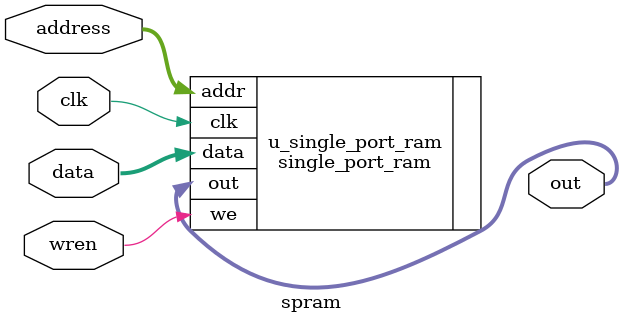
<source format=v>
module spram (
    clk,
    address,
    wren,
    data,
    out
);
parameter AWIDTH=10;
parameter NUM_WORDS=1024;
parameter DWIDTH=32;
input clk;
input [(AWIDTH-1):0] address;
input  wren;
input [(DWIDTH-1):0] data;
output reg [(DWIDTH-1):0] out;

`ifdef SIMULATION_MEMORY

reg [DWIDTH-1:0] ram[NUM_WORDS-1:0];
always @ (posedge clk) begin 
  if (wren) begin
      ram[address] <= data;
  end
  else begin
      out <= ram[address];
  end
end
  
`else

defparam u_single_port_ram.ADDR_WIDTH = AWIDTH;
defparam u_single_port_ram.DATA_WIDTH = DWIDTH;

single_port_ram u_single_port_ram(
.addr(address),
.we(wren),
.data(data),
.out(out),
.clk(clk)
);

`endif

endmodule

</source>
